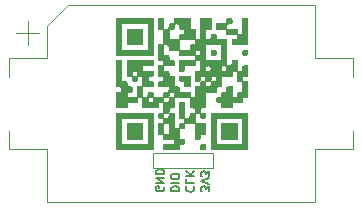
<source format=gbr>
%TF.GenerationSoftware,KiCad,Pcbnew,(5.1.6)-1*%
%TF.CreationDate,2020-11-28T14:47:11+02:00*%
%TF.ProjectId,PlantBuddy,506c616e-7442-4756-9464-792e6b696361,rev?*%
%TF.SameCoordinates,Original*%
%TF.FileFunction,Legend,Bot*%
%TF.FilePolarity,Positive*%
%FSLAX46Y46*%
G04 Gerber Fmt 4.6, Leading zero omitted, Abs format (unit mm)*
G04 Created by KiCad (PCBNEW (5.1.6)-1) date 2020-11-28 14:47:11*
%MOMM*%
%LPD*%
G01*
G04 APERTURE LIST*
%ADD10C,0.150000*%
%ADD11C,0.120000*%
%ADD12C,0.010000*%
G04 APERTURE END LIST*
D10*
X68013333Y-71796666D02*
X68013333Y-71363333D01*
X67746666Y-71596666D01*
X67746666Y-71496666D01*
X67713333Y-71430000D01*
X67680000Y-71396666D01*
X67613333Y-71363333D01*
X67446666Y-71363333D01*
X67380000Y-71396666D01*
X67346666Y-71430000D01*
X67313333Y-71496666D01*
X67313333Y-71696666D01*
X67346666Y-71763333D01*
X67380000Y-71796666D01*
X68013333Y-71163333D02*
X67313333Y-70930000D01*
X68013333Y-70696666D01*
X68013333Y-70530000D02*
X68013333Y-70096666D01*
X67746666Y-70330000D01*
X67746666Y-70230000D01*
X67713333Y-70163333D01*
X67680000Y-70130000D01*
X67613333Y-70096666D01*
X67446666Y-70096666D01*
X67380000Y-70130000D01*
X67346666Y-70163333D01*
X67313333Y-70230000D01*
X67313333Y-70430000D01*
X67346666Y-70496666D01*
X67380000Y-70530000D01*
X66120000Y-71376666D02*
X66086666Y-71410000D01*
X66053333Y-71510000D01*
X66053333Y-71576666D01*
X66086666Y-71676666D01*
X66153333Y-71743333D01*
X66220000Y-71776666D01*
X66353333Y-71810000D01*
X66453333Y-71810000D01*
X66586666Y-71776666D01*
X66653333Y-71743333D01*
X66720000Y-71676666D01*
X66753333Y-71576666D01*
X66753333Y-71510000D01*
X66720000Y-71410000D01*
X66686666Y-71376666D01*
X66053333Y-70743333D02*
X66053333Y-71076666D01*
X66753333Y-71076666D01*
X66053333Y-70510000D02*
X66753333Y-70510000D01*
X66053333Y-70110000D02*
X66453333Y-70410000D01*
X66753333Y-70110000D02*
X66353333Y-70510000D01*
X64763333Y-71776666D02*
X65463333Y-71776666D01*
X65463333Y-71610000D01*
X65430000Y-71510000D01*
X65363333Y-71443333D01*
X65296666Y-71410000D01*
X65163333Y-71376666D01*
X65063333Y-71376666D01*
X64930000Y-71410000D01*
X64863333Y-71443333D01*
X64796666Y-71510000D01*
X64763333Y-71610000D01*
X64763333Y-71776666D01*
X64763333Y-71076666D02*
X65463333Y-71076666D01*
X65463333Y-70610000D02*
X65463333Y-70476666D01*
X65430000Y-70410000D01*
X65363333Y-70343333D01*
X65230000Y-70310000D01*
X64996666Y-70310000D01*
X64863333Y-70343333D01*
X64796666Y-70410000D01*
X64763333Y-70476666D01*
X64763333Y-70610000D01*
X64796666Y-70676666D01*
X64863333Y-70743333D01*
X64996666Y-70776666D01*
X65230000Y-70776666D01*
X65363333Y-70743333D01*
X65430000Y-70676666D01*
X65463333Y-70610000D01*
X64160000Y-71393333D02*
X64193333Y-71460000D01*
X64193333Y-71560000D01*
X64160000Y-71660000D01*
X64093333Y-71726666D01*
X64026666Y-71760000D01*
X63893333Y-71793333D01*
X63793333Y-71793333D01*
X63660000Y-71760000D01*
X63593333Y-71726666D01*
X63526666Y-71660000D01*
X63493333Y-71560000D01*
X63493333Y-71493333D01*
X63526666Y-71393333D01*
X63560000Y-71360000D01*
X63793333Y-71360000D01*
X63793333Y-71493333D01*
X63493333Y-71060000D02*
X64193333Y-71060000D01*
X63493333Y-70660000D01*
X64193333Y-70660000D01*
X63493333Y-70326666D02*
X64193333Y-70326666D01*
X64193333Y-70160000D01*
X64160000Y-70060000D01*
X64093333Y-69993333D01*
X64026666Y-69960000D01*
X63893333Y-69926666D01*
X63793333Y-69926666D01*
X63660000Y-69960000D01*
X63593333Y-69993333D01*
X63526666Y-70060000D01*
X63493333Y-70160000D01*
X63493333Y-70326666D01*
D11*
%TO.C,BT1*%
X76990000Y-60520000D02*
X80190000Y-60520000D01*
X80190000Y-60520000D02*
X80190000Y-62070000D01*
X76990000Y-56020000D02*
X76990000Y-60520000D01*
X76990000Y-56020000D02*
X56090000Y-56020000D01*
X54290000Y-57820000D02*
X54290000Y-60520000D01*
X56090000Y-56020000D02*
X54290000Y-57820000D01*
X54290000Y-60520000D02*
X51090000Y-60520000D01*
X51090000Y-60520000D02*
X51090000Y-62070000D01*
X54290000Y-68220000D02*
X51090000Y-68220000D01*
X51090000Y-68220000D02*
X51090000Y-66670000D01*
X76990000Y-68220000D02*
X80190000Y-68220000D01*
X80190000Y-68220000D02*
X80190000Y-66670000D01*
X54290000Y-72720000D02*
X76990000Y-72720000D01*
X54290000Y-72720000D02*
X54290000Y-68220000D01*
X76990000Y-72720000D02*
X76990000Y-68220000D01*
X52640000Y-59370000D02*
X52640000Y-57370000D01*
X53640000Y-58370000D02*
X51640000Y-58370000D01*
%TO.C,J1*%
X68325000Y-68505000D02*
X68325000Y-69775000D01*
X68325000Y-69775000D02*
X63245000Y-69775000D01*
X63245000Y-69775000D02*
X63245000Y-68505000D01*
X63245000Y-68505000D02*
X68325000Y-68505000D01*
D12*
%TO.C,G\u002A\u002A\u002A*%
G36*
X70345500Y-66025500D02*
G01*
X69012000Y-66025500D01*
X69012000Y-67359000D01*
X70345500Y-67359000D01*
X70345500Y-66025500D01*
G37*
X70345500Y-66025500D02*
X69012000Y-66025500D01*
X69012000Y-67359000D01*
X70345500Y-67359000D01*
X70345500Y-66025500D01*
G36*
X62344500Y-66025500D02*
G01*
X61011000Y-66025500D01*
X61011000Y-67359000D01*
X62344500Y-67359000D01*
X62344500Y-66025500D01*
G37*
X62344500Y-66025500D02*
X61011000Y-66025500D01*
X61011000Y-67359000D01*
X62344500Y-67359000D01*
X62344500Y-66025500D01*
G36*
X68494208Y-60237171D02*
G01*
X68555298Y-60181711D01*
X68567472Y-60041667D01*
X68567500Y-60024750D01*
X68557670Y-59875792D01*
X68502210Y-59814702D01*
X68362166Y-59802528D01*
X68345250Y-59802500D01*
X68196291Y-59812330D01*
X68135201Y-59867790D01*
X68123027Y-60007834D01*
X68123000Y-60024750D01*
X68132829Y-60173709D01*
X68188289Y-60234799D01*
X68328333Y-60246973D01*
X68345250Y-60247000D01*
X68494208Y-60237171D01*
G37*
X68494208Y-60237171D02*
X68555298Y-60181711D01*
X68567472Y-60041667D01*
X68567500Y-60024750D01*
X68557670Y-59875792D01*
X68502210Y-59814702D01*
X68362166Y-59802528D01*
X68345250Y-59802500D01*
X68196291Y-59812330D01*
X68135201Y-59867790D01*
X68123027Y-60007834D01*
X68123000Y-60024750D01*
X68132829Y-60173709D01*
X68188289Y-60234799D01*
X68328333Y-60246973D01*
X68345250Y-60247000D01*
X68494208Y-60237171D01*
G36*
X65900500Y-64247500D02*
G01*
X65456000Y-64247500D01*
X65456000Y-65581000D01*
X65900500Y-65581000D01*
X65900500Y-64247500D01*
G37*
X65900500Y-64247500D02*
X65456000Y-64247500D01*
X65456000Y-65581000D01*
X65900500Y-65581000D01*
X65900500Y-64247500D01*
G36*
X66345000Y-62025000D02*
G01*
X65456000Y-62025000D01*
X65456000Y-62247250D01*
X65465829Y-62396209D01*
X65521289Y-62457299D01*
X65661333Y-62469473D01*
X65678250Y-62469500D01*
X65827208Y-62479330D01*
X65888298Y-62534790D01*
X65900472Y-62674834D01*
X65900500Y-62691750D01*
X65910329Y-62840709D01*
X65965789Y-62901799D01*
X66105833Y-62913973D01*
X66122750Y-62914000D01*
X66345000Y-62914000D01*
X66345000Y-62025000D01*
G37*
X66345000Y-62025000D02*
X65456000Y-62025000D01*
X65456000Y-62247250D01*
X65465829Y-62396209D01*
X65521289Y-62457299D01*
X65661333Y-62469473D01*
X65678250Y-62469500D01*
X65827208Y-62479330D01*
X65888298Y-62534790D01*
X65900472Y-62674834D01*
X65900500Y-62691750D01*
X65910329Y-62840709D01*
X65965789Y-62901799D01*
X66105833Y-62913973D01*
X66122750Y-62914000D01*
X66345000Y-62914000D01*
X66345000Y-62025000D01*
G36*
X65827208Y-61570671D02*
G01*
X65888298Y-61515211D01*
X65900472Y-61375167D01*
X65900500Y-61358250D01*
X65900500Y-61136000D01*
X66789500Y-61136000D01*
X66789500Y-60691500D01*
X65456000Y-60691500D01*
X65456000Y-61580500D01*
X65678250Y-61580500D01*
X65827208Y-61570671D01*
G37*
X65827208Y-61570671D02*
X65888298Y-61515211D01*
X65900472Y-61375167D01*
X65900500Y-61358250D01*
X65900500Y-61136000D01*
X66789500Y-61136000D01*
X66789500Y-60691500D01*
X65456000Y-60691500D01*
X65456000Y-61580500D01*
X65678250Y-61580500D01*
X65827208Y-61570671D01*
G36*
X62344500Y-58024500D02*
G01*
X61011000Y-58024500D01*
X61011000Y-59358000D01*
X62344500Y-59358000D01*
X62344500Y-58024500D01*
G37*
X62344500Y-58024500D02*
X61011000Y-58024500D01*
X61011000Y-59358000D01*
X62344500Y-59358000D01*
X62344500Y-58024500D01*
G36*
X67605208Y-68238171D02*
G01*
X67666298Y-68182711D01*
X67678472Y-68042667D01*
X67678500Y-68025750D01*
X67668670Y-67876792D01*
X67613210Y-67815702D01*
X67473166Y-67803528D01*
X67456250Y-67803500D01*
X67307291Y-67813330D01*
X67246201Y-67868790D01*
X67234027Y-68008834D01*
X67234000Y-68025750D01*
X67243829Y-68174709D01*
X67299289Y-68235799D01*
X67439333Y-68247973D01*
X67456250Y-68248000D01*
X67605208Y-68238171D01*
G37*
X67605208Y-68238171D02*
X67666298Y-68182711D01*
X67678472Y-68042667D01*
X67678500Y-68025750D01*
X67668670Y-67876792D01*
X67613210Y-67815702D01*
X67473166Y-67803528D01*
X67456250Y-67803500D01*
X67307291Y-67813330D01*
X67246201Y-67868790D01*
X67234027Y-68008834D01*
X67234000Y-68025750D01*
X67243829Y-68174709D01*
X67299289Y-68235799D01*
X67439333Y-68247973D01*
X67456250Y-68248000D01*
X67605208Y-68238171D01*
G36*
X71234500Y-65136500D02*
G01*
X68123000Y-65136500D01*
X68123000Y-67803500D01*
X68567500Y-67803500D01*
X68567500Y-65581000D01*
X70790000Y-65581000D01*
X70790000Y-67803500D01*
X68567500Y-67803500D01*
X68123000Y-67803500D01*
X68123000Y-68248000D01*
X71234500Y-68248000D01*
X71234500Y-65136500D01*
G37*
X71234500Y-65136500D02*
X68123000Y-65136500D01*
X68123000Y-67803500D01*
X68567500Y-67803500D01*
X68567500Y-65581000D01*
X70790000Y-65581000D01*
X70790000Y-67803500D01*
X68567500Y-67803500D01*
X68123000Y-67803500D01*
X68123000Y-68248000D01*
X71234500Y-68248000D01*
X71234500Y-65136500D01*
G36*
X63233500Y-65136500D02*
G01*
X60122000Y-65136500D01*
X60122000Y-67803500D01*
X60566500Y-67803500D01*
X60566500Y-65581000D01*
X62789000Y-65581000D01*
X62789000Y-67803500D01*
X60566500Y-67803500D01*
X60122000Y-67803500D01*
X60122000Y-68248000D01*
X63233500Y-68248000D01*
X63233500Y-65136500D01*
G37*
X63233500Y-65136500D02*
X60122000Y-65136500D01*
X60122000Y-67803500D01*
X60566500Y-67803500D01*
X60566500Y-65581000D01*
X62789000Y-65581000D01*
X62789000Y-67803500D01*
X60566500Y-67803500D01*
X60122000Y-67803500D01*
X60122000Y-68248000D01*
X63233500Y-68248000D01*
X63233500Y-65136500D01*
G36*
X71161208Y-60237171D02*
G01*
X71222298Y-60181711D01*
X71234472Y-60041667D01*
X71234500Y-60024750D01*
X71224670Y-59875792D01*
X71169210Y-59814702D01*
X71029166Y-59802528D01*
X71012250Y-59802500D01*
X70863291Y-59812330D01*
X70802201Y-59867790D01*
X70790027Y-60007834D01*
X70790000Y-60024750D01*
X70799829Y-60173709D01*
X70855289Y-60234799D01*
X70995333Y-60246973D01*
X71012250Y-60247000D01*
X71161208Y-60237171D01*
G37*
X71161208Y-60237171D02*
X71222298Y-60181711D01*
X71234472Y-60041667D01*
X71234500Y-60024750D01*
X71224670Y-59875792D01*
X71169210Y-59814702D01*
X71029166Y-59802528D01*
X71012250Y-59802500D01*
X70863291Y-59812330D01*
X70802201Y-59867790D01*
X70790027Y-60007834D01*
X70790000Y-60024750D01*
X70799829Y-60173709D01*
X70855289Y-60234799D01*
X70995333Y-60246973D01*
X71012250Y-60247000D01*
X71161208Y-60237171D01*
G36*
X69456500Y-58469000D02*
G01*
X70345500Y-58469000D01*
X70345500Y-58691250D01*
X70335670Y-58840209D01*
X70280210Y-58901299D01*
X70140166Y-58913473D01*
X70123250Y-58913500D01*
X69974291Y-58923330D01*
X69913201Y-58978790D01*
X69901027Y-59118834D01*
X69901000Y-59135750D01*
X69901000Y-59358000D01*
X71234500Y-59358000D01*
X71234500Y-57135500D01*
X70790000Y-57135500D01*
X70790000Y-58469000D01*
X70567750Y-58469000D01*
X70418791Y-58459171D01*
X70357701Y-58403711D01*
X70345527Y-58263667D01*
X70345500Y-58246750D01*
X70345500Y-58024500D01*
X69456500Y-58024500D01*
X69456500Y-58469000D01*
G37*
X69456500Y-58469000D02*
X70345500Y-58469000D01*
X70345500Y-58691250D01*
X70335670Y-58840209D01*
X70280210Y-58901299D01*
X70140166Y-58913473D01*
X70123250Y-58913500D01*
X69974291Y-58923330D01*
X69913201Y-58978790D01*
X69901027Y-59118834D01*
X69901000Y-59135750D01*
X69901000Y-59358000D01*
X71234500Y-59358000D01*
X71234500Y-57135500D01*
X70790000Y-57135500D01*
X70790000Y-58469000D01*
X70567750Y-58469000D01*
X70418791Y-58459171D01*
X70357701Y-58403711D01*
X70345527Y-58263667D01*
X70345500Y-58246750D01*
X70345500Y-58024500D01*
X69456500Y-58024500D01*
X69456500Y-58469000D01*
G36*
X69456500Y-57802250D02*
G01*
X69466329Y-57653292D01*
X69521789Y-57592202D01*
X69661833Y-57580028D01*
X69678750Y-57580000D01*
X69827708Y-57570171D01*
X69888798Y-57514711D01*
X69900972Y-57374667D01*
X69901000Y-57357750D01*
X69891170Y-57208792D01*
X69835710Y-57147702D01*
X69695666Y-57135528D01*
X69678750Y-57135500D01*
X69529791Y-57145330D01*
X69468701Y-57200790D01*
X69456527Y-57340834D01*
X69456500Y-57357750D01*
X69456500Y-57580000D01*
X68567500Y-57580000D01*
X68567500Y-58024500D01*
X69456500Y-58024500D01*
X69456500Y-57802250D01*
G37*
X69456500Y-57802250D02*
X69466329Y-57653292D01*
X69521789Y-57592202D01*
X69661833Y-57580028D01*
X69678750Y-57580000D01*
X69827708Y-57570171D01*
X69888798Y-57514711D01*
X69900972Y-57374667D01*
X69901000Y-57357750D01*
X69891170Y-57208792D01*
X69835710Y-57147702D01*
X69695666Y-57135528D01*
X69678750Y-57135500D01*
X69529791Y-57145330D01*
X69468701Y-57200790D01*
X69456527Y-57340834D01*
X69456500Y-57357750D01*
X69456500Y-57580000D01*
X68567500Y-57580000D01*
X68567500Y-58024500D01*
X69456500Y-58024500D01*
X69456500Y-57802250D01*
G36*
X66789500Y-65136500D02*
G01*
X67011750Y-65136500D01*
X67160708Y-65146330D01*
X67221798Y-65201790D01*
X67233972Y-65341834D01*
X67234000Y-65358750D01*
X67243829Y-65507709D01*
X67299289Y-65568799D01*
X67439333Y-65580973D01*
X67456250Y-65581000D01*
X67605208Y-65571171D01*
X67666298Y-65515711D01*
X67678472Y-65375667D01*
X67678500Y-65358750D01*
X67668670Y-65209792D01*
X67613210Y-65148702D01*
X67473166Y-65136528D01*
X67456250Y-65136500D01*
X67307291Y-65126671D01*
X67246201Y-65071211D01*
X67234027Y-64931167D01*
X67234000Y-64914250D01*
X67243829Y-64765292D01*
X67299289Y-64704202D01*
X67439333Y-64692028D01*
X67456250Y-64692000D01*
X67678500Y-64692000D01*
X67678500Y-63358500D01*
X68567500Y-63358500D01*
X68567500Y-63136250D01*
X68577329Y-62987292D01*
X68632789Y-62926202D01*
X68772833Y-62914028D01*
X68789750Y-62914000D01*
X69012000Y-62914000D01*
X69012000Y-62025000D01*
X69901000Y-62025000D01*
X69901000Y-61802750D01*
X69910829Y-61653792D01*
X69966289Y-61592702D01*
X70106333Y-61580528D01*
X70123250Y-61580500D01*
X70345500Y-61580500D01*
X70345500Y-60691500D01*
X70123250Y-60691500D01*
X69974291Y-60701330D01*
X69913201Y-60756790D01*
X69901027Y-60896834D01*
X69901000Y-60913750D01*
X69891170Y-61062709D01*
X69835710Y-61123799D01*
X69695666Y-61135973D01*
X69678750Y-61136000D01*
X69456500Y-61136000D01*
X69456500Y-58913500D01*
X68567500Y-58913500D01*
X68567500Y-58691250D01*
X68557670Y-58542292D01*
X68502210Y-58481202D01*
X68362166Y-58469028D01*
X68345250Y-58469000D01*
X68196291Y-58478830D01*
X68135201Y-58534290D01*
X68123027Y-58674334D01*
X68123000Y-58691250D01*
X68113170Y-58840209D01*
X68057710Y-58901299D01*
X67917666Y-58913473D01*
X67900750Y-58913500D01*
X67678500Y-58913500D01*
X67678500Y-58024500D01*
X68123000Y-58024500D01*
X68123000Y-57135500D01*
X67234000Y-57135500D01*
X67234000Y-58913500D01*
X66789500Y-58913500D01*
X66789500Y-58024500D01*
X66345000Y-58024500D01*
X66345000Y-57135500D01*
X65011500Y-57135500D01*
X65011500Y-57357750D01*
X65001670Y-57506709D01*
X64946210Y-57567799D01*
X64806166Y-57579973D01*
X64789250Y-57580000D01*
X64640291Y-57589830D01*
X64579201Y-57645290D01*
X64567027Y-57785334D01*
X64567000Y-57802250D01*
X64557170Y-57951209D01*
X64501710Y-58012299D01*
X64361666Y-58024473D01*
X64344750Y-58024500D01*
X64122500Y-58024500D01*
X64122500Y-58913500D01*
X64567000Y-58913500D01*
X64567000Y-58024500D01*
X64789250Y-58024500D01*
X64938208Y-58014671D01*
X64999298Y-57959211D01*
X65011472Y-57819167D01*
X65011500Y-57802250D01*
X65021329Y-57653292D01*
X65076789Y-57592202D01*
X65216833Y-57580028D01*
X65233750Y-57580000D01*
X65382708Y-57589830D01*
X65443798Y-57645290D01*
X65455972Y-57785334D01*
X65456000Y-57802250D01*
X65465829Y-57951209D01*
X65521289Y-58012299D01*
X65661333Y-58024473D01*
X65678250Y-58024500D01*
X65827208Y-58034330D01*
X65888298Y-58089790D01*
X65900472Y-58229834D01*
X65900500Y-58246750D01*
X65890670Y-58395709D01*
X65835210Y-58456799D01*
X65695166Y-58468973D01*
X65678250Y-58469000D01*
X65529291Y-58478830D01*
X65468201Y-58534290D01*
X65456027Y-58674334D01*
X65456000Y-58691250D01*
X65456000Y-58913500D01*
X64567000Y-58913500D01*
X64122500Y-58913500D01*
X64122500Y-59358000D01*
X63678000Y-59358000D01*
X63678000Y-60691500D01*
X63900250Y-60691500D01*
X64049208Y-60701330D01*
X64110298Y-60756790D01*
X64122472Y-60896834D01*
X64122500Y-60913750D01*
X64112670Y-61062709D01*
X64057210Y-61123799D01*
X63917166Y-61135973D01*
X63900250Y-61136000D01*
X63678000Y-61136000D01*
X63678000Y-61358250D01*
X64122500Y-61358250D01*
X64122500Y-61136000D01*
X65011500Y-61136000D01*
X65011500Y-60913750D01*
X65001670Y-60764792D01*
X64946210Y-60703702D01*
X64806166Y-60691528D01*
X64789250Y-60691500D01*
X64640291Y-60681671D01*
X64579201Y-60626211D01*
X64567027Y-60486167D01*
X64567000Y-60469250D01*
X64557170Y-60320292D01*
X64501710Y-60259202D01*
X64361666Y-60247028D01*
X64344750Y-60247000D01*
X64122500Y-60247000D01*
X64122500Y-59358000D01*
X64344750Y-59358000D01*
X64493708Y-59367830D01*
X64554798Y-59423290D01*
X64566972Y-59563334D01*
X64567000Y-59580250D01*
X64567000Y-59802500D01*
X65456000Y-59802500D01*
X65456000Y-58913500D01*
X66789500Y-58913500D01*
X66789500Y-59135750D01*
X66779670Y-59284709D01*
X66724210Y-59345799D01*
X66584166Y-59357973D01*
X66567250Y-59358000D01*
X66418291Y-59367830D01*
X66357201Y-59423290D01*
X66345027Y-59563334D01*
X66345000Y-59580250D01*
X66345000Y-59802500D01*
X65456000Y-59802500D01*
X65456000Y-60247000D01*
X66789500Y-60247000D01*
X66789500Y-60024750D01*
X66799329Y-59875792D01*
X66854789Y-59814702D01*
X66994833Y-59802528D01*
X67011750Y-59802500D01*
X67160708Y-59812330D01*
X67221798Y-59867790D01*
X67233972Y-60007834D01*
X67234000Y-60024750D01*
X67224170Y-60173709D01*
X67168710Y-60234799D01*
X67028666Y-60246973D01*
X67011750Y-60247000D01*
X66862791Y-60256830D01*
X66801701Y-60312290D01*
X66789527Y-60452334D01*
X66789500Y-60469250D01*
X66799329Y-60618209D01*
X66854789Y-60679299D01*
X66994833Y-60691473D01*
X67011750Y-60691500D01*
X67234000Y-60691500D01*
X67678500Y-60691500D01*
X67678500Y-59358000D01*
X69012000Y-59358000D01*
X69012000Y-60691500D01*
X67678500Y-60691500D01*
X67234000Y-60691500D01*
X67234000Y-61358250D01*
X67678500Y-61358250D01*
X67688329Y-61209292D01*
X67743789Y-61148202D01*
X67883833Y-61136028D01*
X67900750Y-61136000D01*
X68049708Y-61145830D01*
X68110798Y-61201290D01*
X68122972Y-61341334D01*
X68123000Y-61358250D01*
X69012000Y-61358250D01*
X69021829Y-61209292D01*
X69077289Y-61148202D01*
X69217333Y-61136028D01*
X69234250Y-61136000D01*
X69383208Y-61145830D01*
X69444298Y-61201290D01*
X69456472Y-61341334D01*
X69456500Y-61358250D01*
X69446670Y-61507209D01*
X69391210Y-61568299D01*
X69251166Y-61580473D01*
X69234250Y-61580500D01*
X69085291Y-61570671D01*
X69024201Y-61515211D01*
X69012027Y-61375167D01*
X69012000Y-61358250D01*
X68123000Y-61358250D01*
X68113170Y-61507209D01*
X68057710Y-61568299D01*
X67917666Y-61580473D01*
X67900750Y-61580500D01*
X67751791Y-61570671D01*
X67690701Y-61515211D01*
X67678527Y-61375167D01*
X67678500Y-61358250D01*
X67234000Y-61358250D01*
X67234000Y-61580500D01*
X66789500Y-61580500D01*
X66789500Y-62469500D01*
X67011750Y-62469500D01*
X67160708Y-62459671D01*
X67221798Y-62404211D01*
X67233972Y-62264167D01*
X67234000Y-62247250D01*
X67243829Y-62098292D01*
X67299289Y-62037202D01*
X67439333Y-62025028D01*
X67456250Y-62025000D01*
X67605208Y-62034830D01*
X67666298Y-62090290D01*
X67678472Y-62230334D01*
X67678500Y-62247250D01*
X67688329Y-62396209D01*
X67743789Y-62457299D01*
X67883833Y-62469473D01*
X67900750Y-62469500D01*
X68049708Y-62459671D01*
X68110798Y-62404211D01*
X68122972Y-62264167D01*
X68123000Y-62247250D01*
X68132829Y-62098292D01*
X68188289Y-62037202D01*
X68328333Y-62025028D01*
X68345250Y-62025000D01*
X68494208Y-62034830D01*
X68555298Y-62090290D01*
X68567472Y-62230334D01*
X68567500Y-62247250D01*
X68557670Y-62396209D01*
X68502210Y-62457299D01*
X68362166Y-62469473D01*
X68345250Y-62469500D01*
X68196291Y-62479330D01*
X68135201Y-62534790D01*
X68123027Y-62674834D01*
X68123000Y-62691750D01*
X68113170Y-62840709D01*
X68057710Y-62901799D01*
X67917666Y-62913973D01*
X67900750Y-62914000D01*
X67751791Y-62904171D01*
X67690701Y-62848711D01*
X67678527Y-62708667D01*
X67678500Y-62691750D01*
X67668670Y-62542792D01*
X67613210Y-62481702D01*
X67473166Y-62469528D01*
X67456250Y-62469500D01*
X67307291Y-62479330D01*
X67246201Y-62534790D01*
X67234027Y-62674834D01*
X67234000Y-62691750D01*
X67224170Y-62840709D01*
X67168710Y-62901799D01*
X67028666Y-62913973D01*
X67011750Y-62914000D01*
X66789500Y-62914000D01*
X66789500Y-63803000D01*
X66345000Y-63803000D01*
X66345000Y-63358500D01*
X65456000Y-63358500D01*
X65456000Y-63136250D01*
X65446170Y-62987292D01*
X65390710Y-62926202D01*
X65250666Y-62914028D01*
X65233750Y-62914000D01*
X65011500Y-62914000D01*
X65011500Y-62025000D01*
X64789250Y-62025000D01*
X64640291Y-62015171D01*
X64579201Y-61959711D01*
X64567027Y-61819667D01*
X64567000Y-61802750D01*
X64557170Y-61653792D01*
X64501710Y-61592702D01*
X64361666Y-61580528D01*
X64344750Y-61580500D01*
X64195791Y-61570671D01*
X64134701Y-61515211D01*
X64122527Y-61375167D01*
X64122500Y-61358250D01*
X63678000Y-61358250D01*
X63678000Y-62025000D01*
X63900250Y-62025000D01*
X64049208Y-62034830D01*
X64110298Y-62090290D01*
X64122472Y-62230334D01*
X64122500Y-62247250D01*
X64112670Y-62396209D01*
X64057210Y-62457299D01*
X63917166Y-62469473D01*
X63900250Y-62469500D01*
X63751291Y-62479330D01*
X63690201Y-62534790D01*
X63678027Y-62674834D01*
X63678000Y-62691750D01*
X63678000Y-62914000D01*
X64567000Y-62914000D01*
X64567000Y-63136250D01*
X64557170Y-63285209D01*
X64501710Y-63346299D01*
X64361666Y-63358473D01*
X64344750Y-63358500D01*
X64195791Y-63368330D01*
X64134701Y-63423790D01*
X64122527Y-63563834D01*
X64122500Y-63580750D01*
X64122500Y-63803000D01*
X63233500Y-63803000D01*
X63233500Y-63580750D01*
X63223670Y-63431792D01*
X63168210Y-63370702D01*
X63028166Y-63358528D01*
X63011250Y-63358500D01*
X62862291Y-63368330D01*
X62801201Y-63423790D01*
X62789027Y-63563834D01*
X62789000Y-63580750D01*
X62779170Y-63729709D01*
X62723710Y-63790799D01*
X62583666Y-63802973D01*
X62566750Y-63803000D01*
X62344500Y-63803000D01*
X62344500Y-64025250D01*
X62789000Y-64025250D01*
X62798829Y-63876292D01*
X62854289Y-63815202D01*
X62994333Y-63803028D01*
X63011250Y-63803000D01*
X63160208Y-63812830D01*
X63221298Y-63868290D01*
X63233472Y-64008334D01*
X63233500Y-64025250D01*
X64122500Y-64025250D01*
X64132329Y-63876292D01*
X64187789Y-63815202D01*
X64327833Y-63803028D01*
X64344750Y-63803000D01*
X64493708Y-63793171D01*
X64554798Y-63737711D01*
X64566972Y-63597667D01*
X64567000Y-63580750D01*
X64576829Y-63431792D01*
X64632289Y-63370702D01*
X64772333Y-63358528D01*
X64789250Y-63358500D01*
X64938208Y-63368330D01*
X64999298Y-63423790D01*
X65011472Y-63563834D01*
X65011500Y-63580750D01*
X65011500Y-63803000D01*
X64789250Y-63803000D01*
X64640291Y-63812830D01*
X64579201Y-63868290D01*
X64567027Y-64008334D01*
X64567000Y-64025250D01*
X64557170Y-64174209D01*
X64501710Y-64235299D01*
X64361666Y-64247473D01*
X64344750Y-64247500D01*
X64195791Y-64237671D01*
X64134701Y-64182211D01*
X64122527Y-64042167D01*
X64122500Y-64025250D01*
X63233500Y-64025250D01*
X63223670Y-64174209D01*
X63168210Y-64235299D01*
X63028166Y-64247473D01*
X63011250Y-64247500D01*
X62862291Y-64237671D01*
X62801201Y-64182211D01*
X62789027Y-64042167D01*
X62789000Y-64025250D01*
X62344500Y-64025250D01*
X62344500Y-64692000D01*
X63678000Y-64692000D01*
X63678000Y-64469750D01*
X63687829Y-64320792D01*
X63743289Y-64259702D01*
X63883333Y-64247528D01*
X63900250Y-64247500D01*
X64122500Y-64247500D01*
X64122500Y-65136500D01*
X63900250Y-65136500D01*
X63751291Y-65146330D01*
X63690201Y-65201790D01*
X63678027Y-65341834D01*
X63678000Y-65358750D01*
X64122500Y-65358750D01*
X64132329Y-65209792D01*
X64187789Y-65148702D01*
X64327833Y-65136528D01*
X64344750Y-65136500D01*
X64493708Y-65126671D01*
X64554798Y-65071211D01*
X64566972Y-64931167D01*
X64567000Y-64914250D01*
X64576829Y-64765292D01*
X64632289Y-64704202D01*
X64772333Y-64692028D01*
X64789250Y-64692000D01*
X65011500Y-64692000D01*
X65011500Y-63803000D01*
X66345000Y-63803000D01*
X66345000Y-64692000D01*
X66567250Y-64692000D01*
X66716208Y-64701830D01*
X66777298Y-64757290D01*
X66789472Y-64897334D01*
X66789500Y-64914250D01*
X66779670Y-65063209D01*
X66724210Y-65124299D01*
X66584166Y-65136473D01*
X66567250Y-65136500D01*
X66418291Y-65146330D01*
X66357201Y-65201790D01*
X66345027Y-65341834D01*
X66345000Y-65358750D01*
X66335170Y-65507709D01*
X66279710Y-65568799D01*
X66139666Y-65580973D01*
X66122750Y-65581000D01*
X65973791Y-65590830D01*
X65912701Y-65646290D01*
X65900527Y-65786334D01*
X65900500Y-65803250D01*
X65890670Y-65952209D01*
X65835210Y-66013299D01*
X65695166Y-66025473D01*
X65678250Y-66025500D01*
X65529291Y-66035330D01*
X65468201Y-66090790D01*
X65456027Y-66230834D01*
X65456000Y-66247750D01*
X65446170Y-66396709D01*
X65390710Y-66457799D01*
X65250666Y-66469973D01*
X65233750Y-66470000D01*
X65011500Y-66470000D01*
X65011500Y-65136500D01*
X64789250Y-65136500D01*
X64640291Y-65146330D01*
X64579201Y-65201790D01*
X64567027Y-65341834D01*
X64567000Y-65358750D01*
X64557170Y-65507709D01*
X64501710Y-65568799D01*
X64361666Y-65580973D01*
X64344750Y-65581000D01*
X64195791Y-65571171D01*
X64134701Y-65515711D01*
X64122527Y-65375667D01*
X64122500Y-65358750D01*
X63678000Y-65358750D01*
X63687829Y-65507709D01*
X63743289Y-65568799D01*
X63883333Y-65580973D01*
X63900250Y-65581000D01*
X64049208Y-65590830D01*
X64110298Y-65646290D01*
X64122472Y-65786334D01*
X64122500Y-65803250D01*
X64112670Y-65952209D01*
X64057210Y-66013299D01*
X63917166Y-66025473D01*
X63900250Y-66025500D01*
X63678000Y-66025500D01*
X63678000Y-66914500D01*
X63900250Y-66914500D01*
X64122500Y-66914500D01*
X64122500Y-66025500D01*
X64567000Y-66025500D01*
X64567000Y-66914500D01*
X64122500Y-66914500D01*
X63900250Y-66914500D01*
X64049208Y-66924330D01*
X64110298Y-66979790D01*
X64122472Y-67119834D01*
X64122500Y-67136750D01*
X64122500Y-67359000D01*
X65011500Y-67359000D01*
X65011500Y-67803500D01*
X64122500Y-67803500D01*
X64122500Y-68248000D01*
X65456000Y-68248000D01*
X65456000Y-68025750D01*
X65465829Y-67876792D01*
X65521289Y-67815702D01*
X65661333Y-67803528D01*
X65678250Y-67803500D01*
X65827208Y-67793671D01*
X65888298Y-67738211D01*
X65900472Y-67598167D01*
X65900500Y-67581250D01*
X65890670Y-67432292D01*
X65835210Y-67371202D01*
X65695166Y-67359028D01*
X65678250Y-67359000D01*
X65456000Y-67359000D01*
X65456000Y-66470000D01*
X65678250Y-66470000D01*
X65827208Y-66460171D01*
X65888298Y-66404711D01*
X65900472Y-66264667D01*
X65900500Y-66247750D01*
X65900500Y-66025500D01*
X66789500Y-66025500D01*
X66789500Y-65136500D01*
G37*
X66789500Y-65136500D02*
X67011750Y-65136500D01*
X67160708Y-65146330D01*
X67221798Y-65201790D01*
X67233972Y-65341834D01*
X67234000Y-65358750D01*
X67243829Y-65507709D01*
X67299289Y-65568799D01*
X67439333Y-65580973D01*
X67456250Y-65581000D01*
X67605208Y-65571171D01*
X67666298Y-65515711D01*
X67678472Y-65375667D01*
X67678500Y-65358750D01*
X67668670Y-65209792D01*
X67613210Y-65148702D01*
X67473166Y-65136528D01*
X67456250Y-65136500D01*
X67307291Y-65126671D01*
X67246201Y-65071211D01*
X67234027Y-64931167D01*
X67234000Y-64914250D01*
X67243829Y-64765292D01*
X67299289Y-64704202D01*
X67439333Y-64692028D01*
X67456250Y-64692000D01*
X67678500Y-64692000D01*
X67678500Y-63358500D01*
X68567500Y-63358500D01*
X68567500Y-63136250D01*
X68577329Y-62987292D01*
X68632789Y-62926202D01*
X68772833Y-62914028D01*
X68789750Y-62914000D01*
X69012000Y-62914000D01*
X69012000Y-62025000D01*
X69901000Y-62025000D01*
X69901000Y-61802750D01*
X69910829Y-61653792D01*
X69966289Y-61592702D01*
X70106333Y-61580528D01*
X70123250Y-61580500D01*
X70345500Y-61580500D01*
X70345500Y-60691500D01*
X70123250Y-60691500D01*
X69974291Y-60701330D01*
X69913201Y-60756790D01*
X69901027Y-60896834D01*
X69901000Y-60913750D01*
X69891170Y-61062709D01*
X69835710Y-61123799D01*
X69695666Y-61135973D01*
X69678750Y-61136000D01*
X69456500Y-61136000D01*
X69456500Y-58913500D01*
X68567500Y-58913500D01*
X68567500Y-58691250D01*
X68557670Y-58542292D01*
X68502210Y-58481202D01*
X68362166Y-58469028D01*
X68345250Y-58469000D01*
X68196291Y-58478830D01*
X68135201Y-58534290D01*
X68123027Y-58674334D01*
X68123000Y-58691250D01*
X68113170Y-58840209D01*
X68057710Y-58901299D01*
X67917666Y-58913473D01*
X67900750Y-58913500D01*
X67678500Y-58913500D01*
X67678500Y-58024500D01*
X68123000Y-58024500D01*
X68123000Y-57135500D01*
X67234000Y-57135500D01*
X67234000Y-58913500D01*
X66789500Y-58913500D01*
X66789500Y-58024500D01*
X66345000Y-58024500D01*
X66345000Y-57135500D01*
X65011500Y-57135500D01*
X65011500Y-57357750D01*
X65001670Y-57506709D01*
X64946210Y-57567799D01*
X64806166Y-57579973D01*
X64789250Y-57580000D01*
X64640291Y-57589830D01*
X64579201Y-57645290D01*
X64567027Y-57785334D01*
X64567000Y-57802250D01*
X64557170Y-57951209D01*
X64501710Y-58012299D01*
X64361666Y-58024473D01*
X64344750Y-58024500D01*
X64122500Y-58024500D01*
X64122500Y-58913500D01*
X64567000Y-58913500D01*
X64567000Y-58024500D01*
X64789250Y-58024500D01*
X64938208Y-58014671D01*
X64999298Y-57959211D01*
X65011472Y-57819167D01*
X65011500Y-57802250D01*
X65021329Y-57653292D01*
X65076789Y-57592202D01*
X65216833Y-57580028D01*
X65233750Y-57580000D01*
X65382708Y-57589830D01*
X65443798Y-57645290D01*
X65455972Y-57785334D01*
X65456000Y-57802250D01*
X65465829Y-57951209D01*
X65521289Y-58012299D01*
X65661333Y-58024473D01*
X65678250Y-58024500D01*
X65827208Y-58034330D01*
X65888298Y-58089790D01*
X65900472Y-58229834D01*
X65900500Y-58246750D01*
X65890670Y-58395709D01*
X65835210Y-58456799D01*
X65695166Y-58468973D01*
X65678250Y-58469000D01*
X65529291Y-58478830D01*
X65468201Y-58534290D01*
X65456027Y-58674334D01*
X65456000Y-58691250D01*
X65456000Y-58913500D01*
X64567000Y-58913500D01*
X64122500Y-58913500D01*
X64122500Y-59358000D01*
X63678000Y-59358000D01*
X63678000Y-60691500D01*
X63900250Y-60691500D01*
X64049208Y-60701330D01*
X64110298Y-60756790D01*
X64122472Y-60896834D01*
X64122500Y-60913750D01*
X64112670Y-61062709D01*
X64057210Y-61123799D01*
X63917166Y-61135973D01*
X63900250Y-61136000D01*
X63678000Y-61136000D01*
X63678000Y-61358250D01*
X64122500Y-61358250D01*
X64122500Y-61136000D01*
X65011500Y-61136000D01*
X65011500Y-60913750D01*
X65001670Y-60764792D01*
X64946210Y-60703702D01*
X64806166Y-60691528D01*
X64789250Y-60691500D01*
X64640291Y-60681671D01*
X64579201Y-60626211D01*
X64567027Y-60486167D01*
X64567000Y-60469250D01*
X64557170Y-60320292D01*
X64501710Y-60259202D01*
X64361666Y-60247028D01*
X64344750Y-60247000D01*
X64122500Y-60247000D01*
X64122500Y-59358000D01*
X64344750Y-59358000D01*
X64493708Y-59367830D01*
X64554798Y-59423290D01*
X64566972Y-59563334D01*
X64567000Y-59580250D01*
X64567000Y-59802500D01*
X65456000Y-59802500D01*
X65456000Y-58913500D01*
X66789500Y-58913500D01*
X66789500Y-59135750D01*
X66779670Y-59284709D01*
X66724210Y-59345799D01*
X66584166Y-59357973D01*
X66567250Y-59358000D01*
X66418291Y-59367830D01*
X66357201Y-59423290D01*
X66345027Y-59563334D01*
X66345000Y-59580250D01*
X66345000Y-59802500D01*
X65456000Y-59802500D01*
X65456000Y-60247000D01*
X66789500Y-60247000D01*
X66789500Y-60024750D01*
X66799329Y-59875792D01*
X66854789Y-59814702D01*
X66994833Y-59802528D01*
X67011750Y-59802500D01*
X67160708Y-59812330D01*
X67221798Y-59867790D01*
X67233972Y-60007834D01*
X67234000Y-60024750D01*
X67224170Y-60173709D01*
X67168710Y-60234799D01*
X67028666Y-60246973D01*
X67011750Y-60247000D01*
X66862791Y-60256830D01*
X66801701Y-60312290D01*
X66789527Y-60452334D01*
X66789500Y-60469250D01*
X66799329Y-60618209D01*
X66854789Y-60679299D01*
X66994833Y-60691473D01*
X67011750Y-60691500D01*
X67234000Y-60691500D01*
X67678500Y-60691500D01*
X67678500Y-59358000D01*
X69012000Y-59358000D01*
X69012000Y-60691500D01*
X67678500Y-60691500D01*
X67234000Y-60691500D01*
X67234000Y-61358250D01*
X67678500Y-61358250D01*
X67688329Y-61209292D01*
X67743789Y-61148202D01*
X67883833Y-61136028D01*
X67900750Y-61136000D01*
X68049708Y-61145830D01*
X68110798Y-61201290D01*
X68122972Y-61341334D01*
X68123000Y-61358250D01*
X69012000Y-61358250D01*
X69021829Y-61209292D01*
X69077289Y-61148202D01*
X69217333Y-61136028D01*
X69234250Y-61136000D01*
X69383208Y-61145830D01*
X69444298Y-61201290D01*
X69456472Y-61341334D01*
X69456500Y-61358250D01*
X69446670Y-61507209D01*
X69391210Y-61568299D01*
X69251166Y-61580473D01*
X69234250Y-61580500D01*
X69085291Y-61570671D01*
X69024201Y-61515211D01*
X69012027Y-61375167D01*
X69012000Y-61358250D01*
X68123000Y-61358250D01*
X68113170Y-61507209D01*
X68057710Y-61568299D01*
X67917666Y-61580473D01*
X67900750Y-61580500D01*
X67751791Y-61570671D01*
X67690701Y-61515211D01*
X67678527Y-61375167D01*
X67678500Y-61358250D01*
X67234000Y-61358250D01*
X67234000Y-61580500D01*
X66789500Y-61580500D01*
X66789500Y-62469500D01*
X67011750Y-62469500D01*
X67160708Y-62459671D01*
X67221798Y-62404211D01*
X67233972Y-62264167D01*
X67234000Y-62247250D01*
X67243829Y-62098292D01*
X67299289Y-62037202D01*
X67439333Y-62025028D01*
X67456250Y-62025000D01*
X67605208Y-62034830D01*
X67666298Y-62090290D01*
X67678472Y-62230334D01*
X67678500Y-62247250D01*
X67688329Y-62396209D01*
X67743789Y-62457299D01*
X67883833Y-62469473D01*
X67900750Y-62469500D01*
X68049708Y-62459671D01*
X68110798Y-62404211D01*
X68122972Y-62264167D01*
X68123000Y-62247250D01*
X68132829Y-62098292D01*
X68188289Y-62037202D01*
X68328333Y-62025028D01*
X68345250Y-62025000D01*
X68494208Y-62034830D01*
X68555298Y-62090290D01*
X68567472Y-62230334D01*
X68567500Y-62247250D01*
X68557670Y-62396209D01*
X68502210Y-62457299D01*
X68362166Y-62469473D01*
X68345250Y-62469500D01*
X68196291Y-62479330D01*
X68135201Y-62534790D01*
X68123027Y-62674834D01*
X68123000Y-62691750D01*
X68113170Y-62840709D01*
X68057710Y-62901799D01*
X67917666Y-62913973D01*
X67900750Y-62914000D01*
X67751791Y-62904171D01*
X67690701Y-62848711D01*
X67678527Y-62708667D01*
X67678500Y-62691750D01*
X67668670Y-62542792D01*
X67613210Y-62481702D01*
X67473166Y-62469528D01*
X67456250Y-62469500D01*
X67307291Y-62479330D01*
X67246201Y-62534790D01*
X67234027Y-62674834D01*
X67234000Y-62691750D01*
X67224170Y-62840709D01*
X67168710Y-62901799D01*
X67028666Y-62913973D01*
X67011750Y-62914000D01*
X66789500Y-62914000D01*
X66789500Y-63803000D01*
X66345000Y-63803000D01*
X66345000Y-63358500D01*
X65456000Y-63358500D01*
X65456000Y-63136250D01*
X65446170Y-62987292D01*
X65390710Y-62926202D01*
X65250666Y-62914028D01*
X65233750Y-62914000D01*
X65011500Y-62914000D01*
X65011500Y-62025000D01*
X64789250Y-62025000D01*
X64640291Y-62015171D01*
X64579201Y-61959711D01*
X64567027Y-61819667D01*
X64567000Y-61802750D01*
X64557170Y-61653792D01*
X64501710Y-61592702D01*
X64361666Y-61580528D01*
X64344750Y-61580500D01*
X64195791Y-61570671D01*
X64134701Y-61515211D01*
X64122527Y-61375167D01*
X64122500Y-61358250D01*
X63678000Y-61358250D01*
X63678000Y-62025000D01*
X63900250Y-62025000D01*
X64049208Y-62034830D01*
X64110298Y-62090290D01*
X64122472Y-62230334D01*
X64122500Y-62247250D01*
X64112670Y-62396209D01*
X64057210Y-62457299D01*
X63917166Y-62469473D01*
X63900250Y-62469500D01*
X63751291Y-62479330D01*
X63690201Y-62534790D01*
X63678027Y-62674834D01*
X63678000Y-62691750D01*
X63678000Y-62914000D01*
X64567000Y-62914000D01*
X64567000Y-63136250D01*
X64557170Y-63285209D01*
X64501710Y-63346299D01*
X64361666Y-63358473D01*
X64344750Y-63358500D01*
X64195791Y-63368330D01*
X64134701Y-63423790D01*
X64122527Y-63563834D01*
X64122500Y-63580750D01*
X64122500Y-63803000D01*
X63233500Y-63803000D01*
X63233500Y-63580750D01*
X63223670Y-63431792D01*
X63168210Y-63370702D01*
X63028166Y-63358528D01*
X63011250Y-63358500D01*
X62862291Y-63368330D01*
X62801201Y-63423790D01*
X62789027Y-63563834D01*
X62789000Y-63580750D01*
X62779170Y-63729709D01*
X62723710Y-63790799D01*
X62583666Y-63802973D01*
X62566750Y-63803000D01*
X62344500Y-63803000D01*
X62344500Y-64025250D01*
X62789000Y-64025250D01*
X62798829Y-63876292D01*
X62854289Y-63815202D01*
X62994333Y-63803028D01*
X63011250Y-63803000D01*
X63160208Y-63812830D01*
X63221298Y-63868290D01*
X63233472Y-64008334D01*
X63233500Y-64025250D01*
X64122500Y-64025250D01*
X64132329Y-63876292D01*
X64187789Y-63815202D01*
X64327833Y-63803028D01*
X64344750Y-63803000D01*
X64493708Y-63793171D01*
X64554798Y-63737711D01*
X64566972Y-63597667D01*
X64567000Y-63580750D01*
X64576829Y-63431792D01*
X64632289Y-63370702D01*
X64772333Y-63358528D01*
X64789250Y-63358500D01*
X64938208Y-63368330D01*
X64999298Y-63423790D01*
X65011472Y-63563834D01*
X65011500Y-63580750D01*
X65011500Y-63803000D01*
X64789250Y-63803000D01*
X64640291Y-63812830D01*
X64579201Y-63868290D01*
X64567027Y-64008334D01*
X64567000Y-64025250D01*
X64557170Y-64174209D01*
X64501710Y-64235299D01*
X64361666Y-64247473D01*
X64344750Y-64247500D01*
X64195791Y-64237671D01*
X64134701Y-64182211D01*
X64122527Y-64042167D01*
X64122500Y-64025250D01*
X63233500Y-64025250D01*
X63223670Y-64174209D01*
X63168210Y-64235299D01*
X63028166Y-64247473D01*
X63011250Y-64247500D01*
X62862291Y-64237671D01*
X62801201Y-64182211D01*
X62789027Y-64042167D01*
X62789000Y-64025250D01*
X62344500Y-64025250D01*
X62344500Y-64692000D01*
X63678000Y-64692000D01*
X63678000Y-64469750D01*
X63687829Y-64320792D01*
X63743289Y-64259702D01*
X63883333Y-64247528D01*
X63900250Y-64247500D01*
X64122500Y-64247500D01*
X64122500Y-65136500D01*
X63900250Y-65136500D01*
X63751291Y-65146330D01*
X63690201Y-65201790D01*
X63678027Y-65341834D01*
X63678000Y-65358750D01*
X64122500Y-65358750D01*
X64132329Y-65209792D01*
X64187789Y-65148702D01*
X64327833Y-65136528D01*
X64344750Y-65136500D01*
X64493708Y-65126671D01*
X64554798Y-65071211D01*
X64566972Y-64931167D01*
X64567000Y-64914250D01*
X64576829Y-64765292D01*
X64632289Y-64704202D01*
X64772333Y-64692028D01*
X64789250Y-64692000D01*
X65011500Y-64692000D01*
X65011500Y-63803000D01*
X66345000Y-63803000D01*
X66345000Y-64692000D01*
X66567250Y-64692000D01*
X66716208Y-64701830D01*
X66777298Y-64757290D01*
X66789472Y-64897334D01*
X66789500Y-64914250D01*
X66779670Y-65063209D01*
X66724210Y-65124299D01*
X66584166Y-65136473D01*
X66567250Y-65136500D01*
X66418291Y-65146330D01*
X66357201Y-65201790D01*
X66345027Y-65341834D01*
X66345000Y-65358750D01*
X66335170Y-65507709D01*
X66279710Y-65568799D01*
X66139666Y-65580973D01*
X66122750Y-65581000D01*
X65973791Y-65590830D01*
X65912701Y-65646290D01*
X65900527Y-65786334D01*
X65900500Y-65803250D01*
X65890670Y-65952209D01*
X65835210Y-66013299D01*
X65695166Y-66025473D01*
X65678250Y-66025500D01*
X65529291Y-66035330D01*
X65468201Y-66090790D01*
X65456027Y-66230834D01*
X65456000Y-66247750D01*
X65446170Y-66396709D01*
X65390710Y-66457799D01*
X65250666Y-66469973D01*
X65233750Y-66470000D01*
X65011500Y-66470000D01*
X65011500Y-65136500D01*
X64789250Y-65136500D01*
X64640291Y-65146330D01*
X64579201Y-65201790D01*
X64567027Y-65341834D01*
X64567000Y-65358750D01*
X64557170Y-65507709D01*
X64501710Y-65568799D01*
X64361666Y-65580973D01*
X64344750Y-65581000D01*
X64195791Y-65571171D01*
X64134701Y-65515711D01*
X64122527Y-65375667D01*
X64122500Y-65358750D01*
X63678000Y-65358750D01*
X63687829Y-65507709D01*
X63743289Y-65568799D01*
X63883333Y-65580973D01*
X63900250Y-65581000D01*
X64049208Y-65590830D01*
X64110298Y-65646290D01*
X64122472Y-65786334D01*
X64122500Y-65803250D01*
X64112670Y-65952209D01*
X64057210Y-66013299D01*
X63917166Y-66025473D01*
X63900250Y-66025500D01*
X63678000Y-66025500D01*
X63678000Y-66914500D01*
X63900250Y-66914500D01*
X64122500Y-66914500D01*
X64122500Y-66025500D01*
X64567000Y-66025500D01*
X64567000Y-66914500D01*
X64122500Y-66914500D01*
X63900250Y-66914500D01*
X64049208Y-66924330D01*
X64110298Y-66979790D01*
X64122472Y-67119834D01*
X64122500Y-67136750D01*
X64122500Y-67359000D01*
X65011500Y-67359000D01*
X65011500Y-67803500D01*
X64122500Y-67803500D01*
X64122500Y-68248000D01*
X65456000Y-68248000D01*
X65456000Y-68025750D01*
X65465829Y-67876792D01*
X65521289Y-67815702D01*
X65661333Y-67803528D01*
X65678250Y-67803500D01*
X65827208Y-67793671D01*
X65888298Y-67738211D01*
X65900472Y-67598167D01*
X65900500Y-67581250D01*
X65890670Y-67432292D01*
X65835210Y-67371202D01*
X65695166Y-67359028D01*
X65678250Y-67359000D01*
X65456000Y-67359000D01*
X65456000Y-66470000D01*
X65678250Y-66470000D01*
X65827208Y-66460171D01*
X65888298Y-66404711D01*
X65900472Y-66264667D01*
X65900500Y-66247750D01*
X65900500Y-66025500D01*
X66789500Y-66025500D01*
X66789500Y-65136500D01*
G36*
X66789500Y-67359000D02*
G01*
X67011750Y-67359000D01*
X67160708Y-67349171D01*
X67221798Y-67293711D01*
X67233972Y-67153667D01*
X67234000Y-67136750D01*
X67243829Y-66987792D01*
X67299289Y-66926702D01*
X67439333Y-66914528D01*
X67456250Y-66914500D01*
X67678500Y-66914500D01*
X67678500Y-66025500D01*
X66789500Y-66025500D01*
X66789500Y-67359000D01*
G37*
X66789500Y-67359000D02*
X67011750Y-67359000D01*
X67160708Y-67349171D01*
X67221798Y-67293711D01*
X67233972Y-67153667D01*
X67234000Y-67136750D01*
X67243829Y-66987792D01*
X67299289Y-66926702D01*
X67439333Y-66914528D01*
X67456250Y-66914500D01*
X67678500Y-66914500D01*
X67678500Y-66025500D01*
X66789500Y-66025500D01*
X66789500Y-67359000D01*
G36*
X70345500Y-62469500D02*
G01*
X70790000Y-62469500D01*
X70790000Y-63358500D01*
X70567750Y-63358500D01*
X70418791Y-63368330D01*
X70357701Y-63423790D01*
X70345527Y-63563834D01*
X70345500Y-63580750D01*
X70335670Y-63729709D01*
X70280210Y-63790799D01*
X70140166Y-63802973D01*
X70123250Y-63803000D01*
X69901000Y-63803000D01*
X69901000Y-62914000D01*
X69678750Y-62914000D01*
X69529791Y-62923830D01*
X69468701Y-62979290D01*
X69456527Y-63119334D01*
X69456500Y-63136250D01*
X69446670Y-63285209D01*
X69391210Y-63346299D01*
X69251166Y-63358473D01*
X69234250Y-63358500D01*
X69085291Y-63368330D01*
X69024201Y-63423790D01*
X69012027Y-63563834D01*
X69012000Y-63580750D01*
X69002170Y-63729709D01*
X68946710Y-63790799D01*
X68806666Y-63802973D01*
X68789750Y-63803000D01*
X68640791Y-63812830D01*
X68579701Y-63868290D01*
X68567527Y-64008334D01*
X68567500Y-64025250D01*
X68577329Y-64174209D01*
X68632789Y-64235299D01*
X68772833Y-64247473D01*
X68789750Y-64247500D01*
X68938708Y-64257330D01*
X68999798Y-64312790D01*
X69011972Y-64452834D01*
X69012000Y-64469750D01*
X69012000Y-64692000D01*
X69901000Y-64692000D01*
X69901000Y-64247500D01*
X70790000Y-64247500D01*
X70790000Y-64025250D01*
X70799829Y-63876292D01*
X70855289Y-63815202D01*
X70995333Y-63803028D01*
X71012250Y-63803000D01*
X71234500Y-63803000D01*
X71234500Y-62469500D01*
X71012250Y-62469500D01*
X70863291Y-62459671D01*
X70802201Y-62404211D01*
X70790027Y-62264167D01*
X70790000Y-62247250D01*
X70799829Y-62098292D01*
X70855289Y-62037202D01*
X70995333Y-62025028D01*
X71012250Y-62025000D01*
X71234500Y-62025000D01*
X71234500Y-61136000D01*
X71012250Y-61136000D01*
X70863291Y-61145830D01*
X70802201Y-61201290D01*
X70790027Y-61341334D01*
X70790000Y-61358250D01*
X70780170Y-61507209D01*
X70724710Y-61568299D01*
X70584666Y-61580473D01*
X70567750Y-61580500D01*
X70345500Y-61580500D01*
X70345500Y-62469500D01*
G37*
X70345500Y-62469500D02*
X70790000Y-62469500D01*
X70790000Y-63358500D01*
X70567750Y-63358500D01*
X70418791Y-63368330D01*
X70357701Y-63423790D01*
X70345527Y-63563834D01*
X70345500Y-63580750D01*
X70335670Y-63729709D01*
X70280210Y-63790799D01*
X70140166Y-63802973D01*
X70123250Y-63803000D01*
X69901000Y-63803000D01*
X69901000Y-62914000D01*
X69678750Y-62914000D01*
X69529791Y-62923830D01*
X69468701Y-62979290D01*
X69456527Y-63119334D01*
X69456500Y-63136250D01*
X69446670Y-63285209D01*
X69391210Y-63346299D01*
X69251166Y-63358473D01*
X69234250Y-63358500D01*
X69085291Y-63368330D01*
X69024201Y-63423790D01*
X69012027Y-63563834D01*
X69012000Y-63580750D01*
X69002170Y-63729709D01*
X68946710Y-63790799D01*
X68806666Y-63802973D01*
X68789750Y-63803000D01*
X68640791Y-63812830D01*
X68579701Y-63868290D01*
X68567527Y-64008334D01*
X68567500Y-64025250D01*
X68577329Y-64174209D01*
X68632789Y-64235299D01*
X68772833Y-64247473D01*
X68789750Y-64247500D01*
X68938708Y-64257330D01*
X68999798Y-64312790D01*
X69011972Y-64452834D01*
X69012000Y-64469750D01*
X69012000Y-64692000D01*
X69901000Y-64692000D01*
X69901000Y-64247500D01*
X70790000Y-64247500D01*
X70790000Y-64025250D01*
X70799829Y-63876292D01*
X70855289Y-63815202D01*
X70995333Y-63803028D01*
X71012250Y-63803000D01*
X71234500Y-63803000D01*
X71234500Y-62469500D01*
X71012250Y-62469500D01*
X70863291Y-62459671D01*
X70802201Y-62404211D01*
X70790027Y-62264167D01*
X70790000Y-62247250D01*
X70799829Y-62098292D01*
X70855289Y-62037202D01*
X70995333Y-62025028D01*
X71012250Y-62025000D01*
X71234500Y-62025000D01*
X71234500Y-61136000D01*
X71012250Y-61136000D01*
X70863291Y-61145830D01*
X70802201Y-61201290D01*
X70790027Y-61341334D01*
X70790000Y-61358250D01*
X70780170Y-61507209D01*
X70724710Y-61568299D01*
X70584666Y-61580473D01*
X70567750Y-61580500D01*
X70345500Y-61580500D01*
X70345500Y-62469500D01*
G36*
X61900000Y-62914000D02*
G01*
X61900000Y-63803000D01*
X61011000Y-63803000D01*
X61011000Y-63580750D01*
X61020829Y-63431792D01*
X61076289Y-63370702D01*
X61216333Y-63358528D01*
X61233250Y-63358500D01*
X61382208Y-63348671D01*
X61443298Y-63293211D01*
X61455472Y-63153167D01*
X61455500Y-63136250D01*
X61445670Y-62987292D01*
X61390210Y-62926202D01*
X61250166Y-62914028D01*
X61233250Y-62914000D01*
X61084291Y-62904171D01*
X61023201Y-62848711D01*
X61011027Y-62708667D01*
X61011000Y-62691750D01*
X61001170Y-62542792D01*
X60945710Y-62481702D01*
X60805666Y-62469528D01*
X60788750Y-62469500D01*
X60566500Y-62469500D01*
X60566500Y-60691500D01*
X60122000Y-60691500D01*
X60122000Y-62914000D01*
X60344250Y-62914000D01*
X60493208Y-62923830D01*
X60554298Y-62979290D01*
X60566472Y-63119334D01*
X60566500Y-63136250D01*
X60556670Y-63285209D01*
X60501210Y-63346299D01*
X60361166Y-63358473D01*
X60344250Y-63358500D01*
X60122000Y-63358500D01*
X60122000Y-64692000D01*
X61011000Y-64692000D01*
X61011000Y-64247500D01*
X61900000Y-64247500D01*
X61900000Y-64025250D01*
X61909829Y-63876292D01*
X61965289Y-63815202D01*
X62105333Y-63803028D01*
X62122250Y-63803000D01*
X62344500Y-63803000D01*
X62344500Y-62914000D01*
X61900000Y-62914000D01*
G37*
X61900000Y-62914000D02*
X61900000Y-63803000D01*
X61011000Y-63803000D01*
X61011000Y-63580750D01*
X61020829Y-63431792D01*
X61076289Y-63370702D01*
X61216333Y-63358528D01*
X61233250Y-63358500D01*
X61382208Y-63348671D01*
X61443298Y-63293211D01*
X61455472Y-63153167D01*
X61455500Y-63136250D01*
X61445670Y-62987292D01*
X61390210Y-62926202D01*
X61250166Y-62914028D01*
X61233250Y-62914000D01*
X61084291Y-62904171D01*
X61023201Y-62848711D01*
X61011027Y-62708667D01*
X61011000Y-62691750D01*
X61001170Y-62542792D01*
X60945710Y-62481702D01*
X60805666Y-62469528D01*
X60788750Y-62469500D01*
X60566500Y-62469500D01*
X60566500Y-60691500D01*
X60122000Y-60691500D01*
X60122000Y-62914000D01*
X60344250Y-62914000D01*
X60493208Y-62923830D01*
X60554298Y-62979290D01*
X60566472Y-63119334D01*
X60566500Y-63136250D01*
X60556670Y-63285209D01*
X60501210Y-63346299D01*
X60361166Y-63358473D01*
X60344250Y-63358500D01*
X60122000Y-63358500D01*
X60122000Y-64692000D01*
X61011000Y-64692000D01*
X61011000Y-64247500D01*
X61900000Y-64247500D01*
X61900000Y-64025250D01*
X61909829Y-63876292D01*
X61965289Y-63815202D01*
X62105333Y-63803028D01*
X62122250Y-63803000D01*
X62344500Y-63803000D01*
X62344500Y-62914000D01*
X61900000Y-62914000D01*
G36*
X64122500Y-57135500D02*
G01*
X63678000Y-57135500D01*
X63678000Y-58024500D01*
X64122500Y-58024500D01*
X64122500Y-57135500D01*
G37*
X64122500Y-57135500D02*
X63678000Y-57135500D01*
X63678000Y-58024500D01*
X64122500Y-58024500D01*
X64122500Y-57135500D01*
G36*
X63233500Y-62914000D02*
G01*
X63233500Y-62691750D01*
X63223670Y-62542792D01*
X63168210Y-62481702D01*
X63028166Y-62469528D01*
X63011250Y-62469500D01*
X62862291Y-62459671D01*
X62801201Y-62404211D01*
X62789027Y-62264167D01*
X62789000Y-62247250D01*
X62798829Y-62098292D01*
X62854289Y-62037202D01*
X62994333Y-62025028D01*
X63011250Y-62025000D01*
X63160208Y-62015171D01*
X63221298Y-61959711D01*
X63233472Y-61819667D01*
X63233500Y-61802750D01*
X63233500Y-61580500D01*
X62344500Y-61580500D01*
X62344500Y-61136000D01*
X63233500Y-61136000D01*
X63233500Y-60691500D01*
X61011000Y-60691500D01*
X61011000Y-61802750D01*
X61455500Y-61802750D01*
X61465329Y-61653792D01*
X61520789Y-61592702D01*
X61660833Y-61580528D01*
X61677750Y-61580500D01*
X61826708Y-61590330D01*
X61887798Y-61645790D01*
X61899972Y-61785834D01*
X61900000Y-61802750D01*
X61890170Y-61951709D01*
X61834710Y-62012799D01*
X61694666Y-62024973D01*
X61677750Y-62025000D01*
X61528791Y-62015171D01*
X61467701Y-61959711D01*
X61455527Y-61819667D01*
X61455500Y-61802750D01*
X61011000Y-61802750D01*
X61011000Y-62025000D01*
X61233250Y-62025000D01*
X61382208Y-62034830D01*
X61443298Y-62090290D01*
X61455472Y-62230334D01*
X61455500Y-62247250D01*
X61465329Y-62396209D01*
X61520789Y-62457299D01*
X61660833Y-62469473D01*
X61677750Y-62469500D01*
X61826708Y-62459671D01*
X61887798Y-62404211D01*
X61899972Y-62264167D01*
X61900000Y-62247250D01*
X61909829Y-62098292D01*
X61965289Y-62037202D01*
X62105333Y-62025028D01*
X62122250Y-62025000D01*
X62344500Y-62025000D01*
X62344500Y-62914000D01*
X63233500Y-62914000D01*
G37*
X63233500Y-62914000D02*
X63233500Y-62691750D01*
X63223670Y-62542792D01*
X63168210Y-62481702D01*
X63028166Y-62469528D01*
X63011250Y-62469500D01*
X62862291Y-62459671D01*
X62801201Y-62404211D01*
X62789027Y-62264167D01*
X62789000Y-62247250D01*
X62798829Y-62098292D01*
X62854289Y-62037202D01*
X62994333Y-62025028D01*
X63011250Y-62025000D01*
X63160208Y-62015171D01*
X63221298Y-61959711D01*
X63233472Y-61819667D01*
X63233500Y-61802750D01*
X63233500Y-61580500D01*
X62344500Y-61580500D01*
X62344500Y-61136000D01*
X63233500Y-61136000D01*
X63233500Y-60691500D01*
X61011000Y-60691500D01*
X61011000Y-61802750D01*
X61455500Y-61802750D01*
X61465329Y-61653792D01*
X61520789Y-61592702D01*
X61660833Y-61580528D01*
X61677750Y-61580500D01*
X61826708Y-61590330D01*
X61887798Y-61645790D01*
X61899972Y-61785834D01*
X61900000Y-61802750D01*
X61890170Y-61951709D01*
X61834710Y-62012799D01*
X61694666Y-62024973D01*
X61677750Y-62025000D01*
X61528791Y-62015171D01*
X61467701Y-61959711D01*
X61455527Y-61819667D01*
X61455500Y-61802750D01*
X61011000Y-61802750D01*
X61011000Y-62025000D01*
X61233250Y-62025000D01*
X61382208Y-62034830D01*
X61443298Y-62090290D01*
X61455472Y-62230334D01*
X61455500Y-62247250D01*
X61465329Y-62396209D01*
X61520789Y-62457299D01*
X61660833Y-62469473D01*
X61677750Y-62469500D01*
X61826708Y-62459671D01*
X61887798Y-62404211D01*
X61899972Y-62264167D01*
X61900000Y-62247250D01*
X61909829Y-62098292D01*
X61965289Y-62037202D01*
X62105333Y-62025028D01*
X62122250Y-62025000D01*
X62344500Y-62025000D01*
X62344500Y-62914000D01*
X63233500Y-62914000D01*
G36*
X63233500Y-57135500D02*
G01*
X60122000Y-57135500D01*
X60122000Y-59802500D01*
X60566500Y-59802500D01*
X60566500Y-57580000D01*
X62789000Y-57580000D01*
X62789000Y-59802500D01*
X60566500Y-59802500D01*
X60122000Y-59802500D01*
X60122000Y-60247000D01*
X63233500Y-60247000D01*
X63233500Y-57135500D01*
G37*
X63233500Y-57135500D02*
X60122000Y-57135500D01*
X60122000Y-59802500D01*
X60566500Y-59802500D01*
X60566500Y-57580000D01*
X62789000Y-57580000D01*
X62789000Y-59802500D01*
X60566500Y-59802500D01*
X60122000Y-59802500D01*
X60122000Y-60247000D01*
X63233500Y-60247000D01*
X63233500Y-57135500D01*
%TD*%
M02*

</source>
